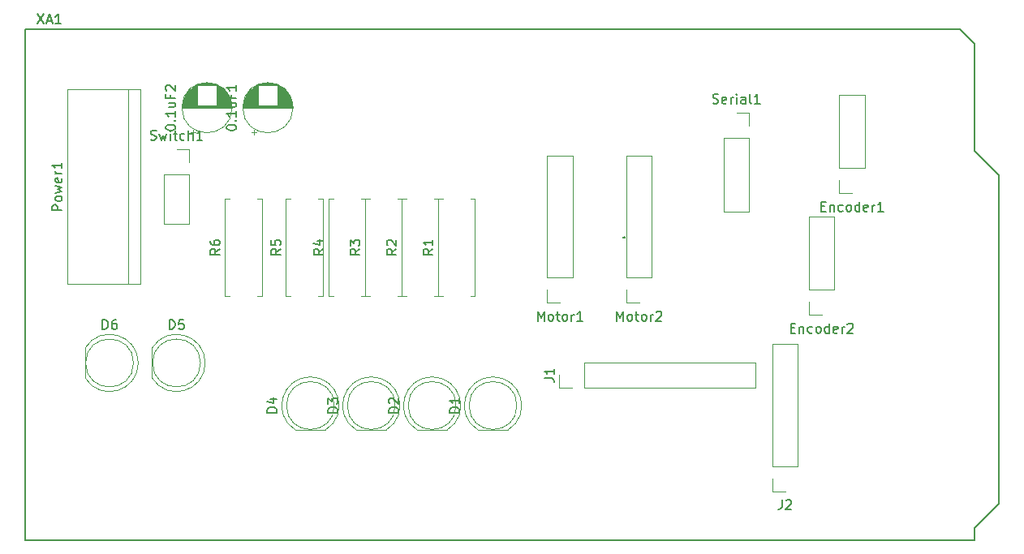
<source format=gto>
G04 #@! TF.GenerationSoftware,KiCad,Pcbnew,(5.1.4)-1*
G04 #@! TF.CreationDate,2020-12-14T11:09:43+07:00*
G04 #@! TF.ProjectId,back_controller,6261636b-5f63-46f6-9e74-726f6c6c6572,rev?*
G04 #@! TF.SameCoordinates,Original*
G04 #@! TF.FileFunction,Legend,Top*
G04 #@! TF.FilePolarity,Positive*
%FSLAX46Y46*%
G04 Gerber Fmt 4.6, Leading zero omitted, Abs format (unit mm)*
G04 Created by KiCad (PCBNEW (5.1.4)-1) date 2020-12-14 11:09:43*
%MOMM*%
%LPD*%
G04 APERTURE LIST*
%ADD10C,0.120000*%
%ADD11C,0.150000*%
G04 APERTURE END LIST*
D10*
X107950000Y-81975000D02*
X106620000Y-81975000D01*
X106620000Y-81975000D02*
X106620000Y-80645000D01*
X106620000Y-79375000D02*
X106620000Y-66615000D01*
X109280000Y-66615000D02*
X106620000Y-66615000D01*
X109280000Y-79375000D02*
X109280000Y-66615000D01*
X109280000Y-79375000D02*
X106620000Y-79375000D01*
D11*
X43890001Y-53415001D02*
X43890001Y-106755001D01*
X142950001Y-66115001D02*
X142950001Y-54939001D01*
X145490001Y-68655001D02*
X142950001Y-66115001D01*
X145490001Y-102945001D02*
X145490001Y-68655001D01*
X142950001Y-105485001D02*
X145490001Y-102945001D01*
X142950001Y-106755001D02*
X142950001Y-105485001D01*
X141426001Y-53415001D02*
X142950001Y-54939001D01*
X43890001Y-106755001D02*
X142950001Y-106755001D01*
X43890001Y-53415001D02*
X141426001Y-53415001D01*
D10*
X67490000Y-64169775D02*
X67990000Y-64169775D01*
X67740000Y-64419775D02*
X67740000Y-63919775D01*
X68931000Y-59014000D02*
X69499000Y-59014000D01*
X68697000Y-59054000D02*
X69733000Y-59054000D01*
X68538000Y-59094000D02*
X69892000Y-59094000D01*
X68410000Y-59134000D02*
X70020000Y-59134000D01*
X68300000Y-59174000D02*
X70130000Y-59174000D01*
X68204000Y-59214000D02*
X70226000Y-59214000D01*
X68117000Y-59254000D02*
X70313000Y-59254000D01*
X68037000Y-59294000D02*
X70393000Y-59294000D01*
X70255000Y-59334000D02*
X70466000Y-59334000D01*
X67964000Y-59334000D02*
X68175000Y-59334000D01*
X70255000Y-59374000D02*
X70534000Y-59374000D01*
X67896000Y-59374000D02*
X68175000Y-59374000D01*
X70255000Y-59414000D02*
X70598000Y-59414000D01*
X67832000Y-59414000D02*
X68175000Y-59414000D01*
X70255000Y-59454000D02*
X70658000Y-59454000D01*
X67772000Y-59454000D02*
X68175000Y-59454000D01*
X70255000Y-59494000D02*
X70715000Y-59494000D01*
X67715000Y-59494000D02*
X68175000Y-59494000D01*
X70255000Y-59534000D02*
X70769000Y-59534000D01*
X67661000Y-59534000D02*
X68175000Y-59534000D01*
X70255000Y-59574000D02*
X70820000Y-59574000D01*
X67610000Y-59574000D02*
X68175000Y-59574000D01*
X70255000Y-59614000D02*
X70868000Y-59614000D01*
X67562000Y-59614000D02*
X68175000Y-59614000D01*
X70255000Y-59654000D02*
X70914000Y-59654000D01*
X67516000Y-59654000D02*
X68175000Y-59654000D01*
X70255000Y-59694000D02*
X70958000Y-59694000D01*
X67472000Y-59694000D02*
X68175000Y-59694000D01*
X70255000Y-59734000D02*
X71000000Y-59734000D01*
X67430000Y-59734000D02*
X68175000Y-59734000D01*
X70255000Y-59774000D02*
X71041000Y-59774000D01*
X67389000Y-59774000D02*
X68175000Y-59774000D01*
X70255000Y-59814000D02*
X71079000Y-59814000D01*
X67351000Y-59814000D02*
X68175000Y-59814000D01*
X70255000Y-59854000D02*
X71116000Y-59854000D01*
X67314000Y-59854000D02*
X68175000Y-59854000D01*
X70255000Y-59894000D02*
X71152000Y-59894000D01*
X67278000Y-59894000D02*
X68175000Y-59894000D01*
X70255000Y-59934000D02*
X71186000Y-59934000D01*
X67244000Y-59934000D02*
X68175000Y-59934000D01*
X70255000Y-59974000D02*
X71219000Y-59974000D01*
X67211000Y-59974000D02*
X68175000Y-59974000D01*
X70255000Y-60014000D02*
X71250000Y-60014000D01*
X67180000Y-60014000D02*
X68175000Y-60014000D01*
X70255000Y-60054000D02*
X71280000Y-60054000D01*
X67150000Y-60054000D02*
X68175000Y-60054000D01*
X70255000Y-60094000D02*
X71310000Y-60094000D01*
X67120000Y-60094000D02*
X68175000Y-60094000D01*
X70255000Y-60134000D02*
X71337000Y-60134000D01*
X67093000Y-60134000D02*
X68175000Y-60134000D01*
X70255000Y-60174000D02*
X71364000Y-60174000D01*
X67066000Y-60174000D02*
X68175000Y-60174000D01*
X70255000Y-60214000D02*
X71390000Y-60214000D01*
X67040000Y-60214000D02*
X68175000Y-60214000D01*
X70255000Y-60254000D02*
X71415000Y-60254000D01*
X67015000Y-60254000D02*
X68175000Y-60254000D01*
X70255000Y-60294000D02*
X71439000Y-60294000D01*
X66991000Y-60294000D02*
X68175000Y-60294000D01*
X70255000Y-60334000D02*
X71462000Y-60334000D01*
X66968000Y-60334000D02*
X68175000Y-60334000D01*
X70255000Y-60374000D02*
X71483000Y-60374000D01*
X66947000Y-60374000D02*
X68175000Y-60374000D01*
X70255000Y-60414000D02*
X71505000Y-60414000D01*
X66925000Y-60414000D02*
X68175000Y-60414000D01*
X70255000Y-60454000D02*
X71525000Y-60454000D01*
X66905000Y-60454000D02*
X68175000Y-60454000D01*
X70255000Y-60494000D02*
X71544000Y-60494000D01*
X66886000Y-60494000D02*
X68175000Y-60494000D01*
X70255000Y-60534000D02*
X71563000Y-60534000D01*
X66867000Y-60534000D02*
X68175000Y-60534000D01*
X70255000Y-60574000D02*
X71580000Y-60574000D01*
X66850000Y-60574000D02*
X68175000Y-60574000D01*
X70255000Y-60614000D02*
X71597000Y-60614000D01*
X66833000Y-60614000D02*
X68175000Y-60614000D01*
X70255000Y-60654000D02*
X71613000Y-60654000D01*
X66817000Y-60654000D02*
X68175000Y-60654000D01*
X70255000Y-60694000D02*
X71629000Y-60694000D01*
X66801000Y-60694000D02*
X68175000Y-60694000D01*
X70255000Y-60734000D02*
X71643000Y-60734000D01*
X66787000Y-60734000D02*
X68175000Y-60734000D01*
X70255000Y-60774000D02*
X71657000Y-60774000D01*
X66773000Y-60774000D02*
X68175000Y-60774000D01*
X70255000Y-60814000D02*
X71670000Y-60814000D01*
X66760000Y-60814000D02*
X68175000Y-60814000D01*
X70255000Y-60854000D02*
X71683000Y-60854000D01*
X66747000Y-60854000D02*
X68175000Y-60854000D01*
X70255000Y-60894000D02*
X71695000Y-60894000D01*
X66735000Y-60894000D02*
X68175000Y-60894000D01*
X70255000Y-60935000D02*
X71706000Y-60935000D01*
X66724000Y-60935000D02*
X68175000Y-60935000D01*
X70255000Y-60975000D02*
X71716000Y-60975000D01*
X66714000Y-60975000D02*
X68175000Y-60975000D01*
X70255000Y-61015000D02*
X71726000Y-61015000D01*
X66704000Y-61015000D02*
X68175000Y-61015000D01*
X70255000Y-61055000D02*
X71735000Y-61055000D01*
X66695000Y-61055000D02*
X68175000Y-61055000D01*
X70255000Y-61095000D02*
X71743000Y-61095000D01*
X66687000Y-61095000D02*
X68175000Y-61095000D01*
X70255000Y-61135000D02*
X71751000Y-61135000D01*
X66679000Y-61135000D02*
X68175000Y-61135000D01*
X70255000Y-61175000D02*
X71758000Y-61175000D01*
X66672000Y-61175000D02*
X68175000Y-61175000D01*
X70255000Y-61215000D02*
X71765000Y-61215000D01*
X66665000Y-61215000D02*
X68175000Y-61215000D01*
X70255000Y-61255000D02*
X71771000Y-61255000D01*
X66659000Y-61255000D02*
X68175000Y-61255000D01*
X70255000Y-61295000D02*
X71776000Y-61295000D01*
X66654000Y-61295000D02*
X68175000Y-61295000D01*
X70255000Y-61335000D02*
X71780000Y-61335000D01*
X66650000Y-61335000D02*
X68175000Y-61335000D01*
X70255000Y-61375000D02*
X71784000Y-61375000D01*
X66646000Y-61375000D02*
X68175000Y-61375000D01*
X66642000Y-61415000D02*
X71788000Y-61415000D01*
X66639000Y-61455000D02*
X71791000Y-61455000D01*
X66637000Y-61495000D02*
X71793000Y-61495000D01*
X66636000Y-61535000D02*
X71794000Y-61535000D01*
X66635000Y-61575000D02*
X71795000Y-61575000D01*
X66635000Y-61615000D02*
X71795000Y-61615000D01*
X71835000Y-61615000D02*
G75*
G03X71835000Y-61615000I-2620000J0D01*
G01*
X65485000Y-61615000D02*
G75*
G03X65485000Y-61615000I-2620000J0D01*
G01*
X60285000Y-61615000D02*
X65445000Y-61615000D01*
X60285000Y-61575000D02*
X65445000Y-61575000D01*
X60286000Y-61535000D02*
X65444000Y-61535000D01*
X60287000Y-61495000D02*
X65443000Y-61495000D01*
X60289000Y-61455000D02*
X65441000Y-61455000D01*
X60292000Y-61415000D02*
X65438000Y-61415000D01*
X60296000Y-61375000D02*
X61825000Y-61375000D01*
X63905000Y-61375000D02*
X65434000Y-61375000D01*
X60300000Y-61335000D02*
X61825000Y-61335000D01*
X63905000Y-61335000D02*
X65430000Y-61335000D01*
X60304000Y-61295000D02*
X61825000Y-61295000D01*
X63905000Y-61295000D02*
X65426000Y-61295000D01*
X60309000Y-61255000D02*
X61825000Y-61255000D01*
X63905000Y-61255000D02*
X65421000Y-61255000D01*
X60315000Y-61215000D02*
X61825000Y-61215000D01*
X63905000Y-61215000D02*
X65415000Y-61215000D01*
X60322000Y-61175000D02*
X61825000Y-61175000D01*
X63905000Y-61175000D02*
X65408000Y-61175000D01*
X60329000Y-61135000D02*
X61825000Y-61135000D01*
X63905000Y-61135000D02*
X65401000Y-61135000D01*
X60337000Y-61095000D02*
X61825000Y-61095000D01*
X63905000Y-61095000D02*
X65393000Y-61095000D01*
X60345000Y-61055000D02*
X61825000Y-61055000D01*
X63905000Y-61055000D02*
X65385000Y-61055000D01*
X60354000Y-61015000D02*
X61825000Y-61015000D01*
X63905000Y-61015000D02*
X65376000Y-61015000D01*
X60364000Y-60975000D02*
X61825000Y-60975000D01*
X63905000Y-60975000D02*
X65366000Y-60975000D01*
X60374000Y-60935000D02*
X61825000Y-60935000D01*
X63905000Y-60935000D02*
X65356000Y-60935000D01*
X60385000Y-60894000D02*
X61825000Y-60894000D01*
X63905000Y-60894000D02*
X65345000Y-60894000D01*
X60397000Y-60854000D02*
X61825000Y-60854000D01*
X63905000Y-60854000D02*
X65333000Y-60854000D01*
X60410000Y-60814000D02*
X61825000Y-60814000D01*
X63905000Y-60814000D02*
X65320000Y-60814000D01*
X60423000Y-60774000D02*
X61825000Y-60774000D01*
X63905000Y-60774000D02*
X65307000Y-60774000D01*
X60437000Y-60734000D02*
X61825000Y-60734000D01*
X63905000Y-60734000D02*
X65293000Y-60734000D01*
X60451000Y-60694000D02*
X61825000Y-60694000D01*
X63905000Y-60694000D02*
X65279000Y-60694000D01*
X60467000Y-60654000D02*
X61825000Y-60654000D01*
X63905000Y-60654000D02*
X65263000Y-60654000D01*
X60483000Y-60614000D02*
X61825000Y-60614000D01*
X63905000Y-60614000D02*
X65247000Y-60614000D01*
X60500000Y-60574000D02*
X61825000Y-60574000D01*
X63905000Y-60574000D02*
X65230000Y-60574000D01*
X60517000Y-60534000D02*
X61825000Y-60534000D01*
X63905000Y-60534000D02*
X65213000Y-60534000D01*
X60536000Y-60494000D02*
X61825000Y-60494000D01*
X63905000Y-60494000D02*
X65194000Y-60494000D01*
X60555000Y-60454000D02*
X61825000Y-60454000D01*
X63905000Y-60454000D02*
X65175000Y-60454000D01*
X60575000Y-60414000D02*
X61825000Y-60414000D01*
X63905000Y-60414000D02*
X65155000Y-60414000D01*
X60597000Y-60374000D02*
X61825000Y-60374000D01*
X63905000Y-60374000D02*
X65133000Y-60374000D01*
X60618000Y-60334000D02*
X61825000Y-60334000D01*
X63905000Y-60334000D02*
X65112000Y-60334000D01*
X60641000Y-60294000D02*
X61825000Y-60294000D01*
X63905000Y-60294000D02*
X65089000Y-60294000D01*
X60665000Y-60254000D02*
X61825000Y-60254000D01*
X63905000Y-60254000D02*
X65065000Y-60254000D01*
X60690000Y-60214000D02*
X61825000Y-60214000D01*
X63905000Y-60214000D02*
X65040000Y-60214000D01*
X60716000Y-60174000D02*
X61825000Y-60174000D01*
X63905000Y-60174000D02*
X65014000Y-60174000D01*
X60743000Y-60134000D02*
X61825000Y-60134000D01*
X63905000Y-60134000D02*
X64987000Y-60134000D01*
X60770000Y-60094000D02*
X61825000Y-60094000D01*
X63905000Y-60094000D02*
X64960000Y-60094000D01*
X60800000Y-60054000D02*
X61825000Y-60054000D01*
X63905000Y-60054000D02*
X64930000Y-60054000D01*
X60830000Y-60014000D02*
X61825000Y-60014000D01*
X63905000Y-60014000D02*
X64900000Y-60014000D01*
X60861000Y-59974000D02*
X61825000Y-59974000D01*
X63905000Y-59974000D02*
X64869000Y-59974000D01*
X60894000Y-59934000D02*
X61825000Y-59934000D01*
X63905000Y-59934000D02*
X64836000Y-59934000D01*
X60928000Y-59894000D02*
X61825000Y-59894000D01*
X63905000Y-59894000D02*
X64802000Y-59894000D01*
X60964000Y-59854000D02*
X61825000Y-59854000D01*
X63905000Y-59854000D02*
X64766000Y-59854000D01*
X61001000Y-59814000D02*
X61825000Y-59814000D01*
X63905000Y-59814000D02*
X64729000Y-59814000D01*
X61039000Y-59774000D02*
X61825000Y-59774000D01*
X63905000Y-59774000D02*
X64691000Y-59774000D01*
X61080000Y-59734000D02*
X61825000Y-59734000D01*
X63905000Y-59734000D02*
X64650000Y-59734000D01*
X61122000Y-59694000D02*
X61825000Y-59694000D01*
X63905000Y-59694000D02*
X64608000Y-59694000D01*
X61166000Y-59654000D02*
X61825000Y-59654000D01*
X63905000Y-59654000D02*
X64564000Y-59654000D01*
X61212000Y-59614000D02*
X61825000Y-59614000D01*
X63905000Y-59614000D02*
X64518000Y-59614000D01*
X61260000Y-59574000D02*
X61825000Y-59574000D01*
X63905000Y-59574000D02*
X64470000Y-59574000D01*
X61311000Y-59534000D02*
X61825000Y-59534000D01*
X63905000Y-59534000D02*
X64419000Y-59534000D01*
X61365000Y-59494000D02*
X61825000Y-59494000D01*
X63905000Y-59494000D02*
X64365000Y-59494000D01*
X61422000Y-59454000D02*
X61825000Y-59454000D01*
X63905000Y-59454000D02*
X64308000Y-59454000D01*
X61482000Y-59414000D02*
X61825000Y-59414000D01*
X63905000Y-59414000D02*
X64248000Y-59414000D01*
X61546000Y-59374000D02*
X61825000Y-59374000D01*
X63905000Y-59374000D02*
X64184000Y-59374000D01*
X61614000Y-59334000D02*
X61825000Y-59334000D01*
X63905000Y-59334000D02*
X64116000Y-59334000D01*
X61687000Y-59294000D02*
X64043000Y-59294000D01*
X61767000Y-59254000D02*
X63963000Y-59254000D01*
X61854000Y-59214000D02*
X63876000Y-59214000D01*
X61950000Y-59174000D02*
X63780000Y-59174000D01*
X62060000Y-59134000D02*
X63670000Y-59134000D01*
X62188000Y-59094000D02*
X63542000Y-59094000D01*
X62347000Y-59054000D02*
X63383000Y-59054000D01*
X62581000Y-59014000D02*
X63149000Y-59014000D01*
X61390000Y-64419775D02*
X61390000Y-63919775D01*
X61140000Y-64169775D02*
X61640000Y-64169775D01*
X91165000Y-95270000D02*
X94255000Y-95270000D01*
X95210000Y-92710000D02*
G75*
G03X95210000Y-92710000I-2500000J0D01*
G01*
X92710462Y-89720000D02*
G75*
G03X91165170Y-95270000I-462J-2990000D01*
G01*
X92709538Y-89720000D02*
G75*
G02X94254830Y-95270000I462J-2990000D01*
G01*
X84815000Y-95270000D02*
X87905000Y-95270000D01*
X88860000Y-92710000D02*
G75*
G03X88860000Y-92710000I-2500000J0D01*
G01*
X86360462Y-89720000D02*
G75*
G03X84815170Y-95270000I-462J-2990000D01*
G01*
X86359538Y-89720000D02*
G75*
G02X87904830Y-95270000I462J-2990000D01*
G01*
X78465000Y-95270000D02*
X81555000Y-95270000D01*
X82510000Y-92710000D02*
G75*
G03X82510000Y-92710000I-2500000J0D01*
G01*
X80010462Y-89720000D02*
G75*
G03X78465170Y-95270000I-462J-2990000D01*
G01*
X80009538Y-89720000D02*
G75*
G02X81554830Y-95270000I462J-2990000D01*
G01*
X73659538Y-89720000D02*
G75*
G02X75204830Y-95270000I462J-2990000D01*
G01*
X73660462Y-89720000D02*
G75*
G03X72115170Y-95270000I-462J-2990000D01*
G01*
X76160000Y-92710000D02*
G75*
G03X76160000Y-92710000I-2500000J0D01*
G01*
X72115000Y-95270000D02*
X75205000Y-95270000D01*
X62680000Y-88264538D02*
G75*
G02X57130000Y-89809830I-2990000J-462D01*
G01*
X62680000Y-88265462D02*
G75*
G03X57130000Y-86720170I-2990000J462D01*
G01*
X62190000Y-88265000D02*
G75*
G03X62190000Y-88265000I-2500000J0D01*
G01*
X57130000Y-86720000D02*
X57130000Y-89810000D01*
X55695000Y-88264538D02*
G75*
G02X50145000Y-89809830I-2990000J-462D01*
G01*
X55695000Y-88265462D02*
G75*
G03X50145000Y-86720170I-2990000J462D01*
G01*
X55205000Y-88265000D02*
G75*
G03X55205000Y-88265000I-2500000J0D01*
G01*
X50145000Y-86720000D02*
X50145000Y-89810000D01*
X130175000Y-70545000D02*
X128845000Y-70545000D01*
X128845000Y-70545000D02*
X128845000Y-69215000D01*
X128845000Y-67945000D02*
X128845000Y-60265000D01*
X131505000Y-60265000D02*
X128845000Y-60265000D01*
X131505000Y-67945000D02*
X131505000Y-60265000D01*
X131505000Y-67945000D02*
X128845000Y-67945000D01*
X128330000Y-80645000D02*
X125670000Y-80645000D01*
X128330000Y-80645000D02*
X128330000Y-72965000D01*
X128330000Y-72965000D02*
X125670000Y-72965000D01*
X125670000Y-80645000D02*
X125670000Y-72965000D01*
X125670000Y-83245000D02*
X125670000Y-81915000D01*
X127000000Y-83245000D02*
X125670000Y-83245000D01*
X124520000Y-99060000D02*
X121860000Y-99060000D01*
X124520000Y-99060000D02*
X124520000Y-86300000D01*
X124520000Y-86300000D02*
X121860000Y-86300000D01*
X121860000Y-99060000D02*
X121860000Y-86300000D01*
X121860000Y-101660000D02*
X121860000Y-100330000D01*
X123190000Y-101660000D02*
X121860000Y-101660000D01*
X101025000Y-79375000D02*
X98365000Y-79375000D01*
X101025000Y-79375000D02*
X101025000Y-66615000D01*
X101025000Y-66615000D02*
X98365000Y-66615000D01*
X98365000Y-79375000D02*
X98365000Y-66615000D01*
X98365000Y-81975000D02*
X98365000Y-80645000D01*
X99695000Y-81975000D02*
X98365000Y-81975000D01*
X48260000Y-80010000D02*
X55880000Y-80010000D01*
X55880000Y-59690000D02*
X48260000Y-59690000D01*
X54610000Y-59690000D02*
X54610000Y-80010000D01*
X48260000Y-80010000D02*
X48260000Y-59690000D01*
X55880000Y-80010000D02*
X55880000Y-59690000D01*
X87460000Y-81270000D02*
X86980000Y-81270000D01*
X86980000Y-81270000D02*
X86980000Y-71130000D01*
X86980000Y-71130000D02*
X87460000Y-71130000D01*
X90340000Y-81270000D02*
X90820000Y-81270000D01*
X90820000Y-81270000D02*
X90820000Y-71130000D01*
X90820000Y-71130000D02*
X90340000Y-71130000D01*
X83650000Y-81270000D02*
X83170000Y-81270000D01*
X83170000Y-81270000D02*
X83170000Y-71130000D01*
X83170000Y-71130000D02*
X83650000Y-71130000D01*
X86530000Y-81270000D02*
X87010000Y-81270000D01*
X87010000Y-81270000D02*
X87010000Y-71130000D01*
X87010000Y-71130000D02*
X86530000Y-71130000D01*
X83200000Y-71130000D02*
X82720000Y-71130000D01*
X83200000Y-81270000D02*
X83200000Y-71130000D01*
X82720000Y-81270000D02*
X83200000Y-81270000D01*
X79360000Y-71130000D02*
X79840000Y-71130000D01*
X79360000Y-81270000D02*
X79360000Y-71130000D01*
X79840000Y-81270000D02*
X79360000Y-81270000D01*
X79390000Y-71130000D02*
X78910000Y-71130000D01*
X79390000Y-81270000D02*
X79390000Y-71130000D01*
X78910000Y-81270000D02*
X79390000Y-81270000D01*
X75550000Y-71130000D02*
X76030000Y-71130000D01*
X75550000Y-81270000D02*
X75550000Y-71130000D01*
X76030000Y-81270000D02*
X75550000Y-81270000D01*
X74945000Y-71130000D02*
X74465000Y-71130000D01*
X74945000Y-81270000D02*
X74945000Y-71130000D01*
X74465000Y-81270000D02*
X74945000Y-81270000D01*
X71105000Y-71130000D02*
X71585000Y-71130000D01*
X71105000Y-81270000D02*
X71105000Y-71130000D01*
X71585000Y-81270000D02*
X71105000Y-81270000D01*
X65235000Y-81270000D02*
X64755000Y-81270000D01*
X64755000Y-81270000D02*
X64755000Y-71130000D01*
X64755000Y-71130000D02*
X65235000Y-71130000D01*
X68115000Y-81270000D02*
X68595000Y-81270000D01*
X68595000Y-81270000D02*
X68595000Y-71130000D01*
X68595000Y-71130000D02*
X68115000Y-71130000D01*
X58360000Y-68580000D02*
X61020000Y-68580000D01*
X58360000Y-68580000D02*
X58360000Y-73720000D01*
X58360000Y-73720000D02*
X61020000Y-73720000D01*
X61020000Y-68580000D02*
X61020000Y-73720000D01*
X61020000Y-65980000D02*
X61020000Y-67310000D01*
X59690000Y-65980000D02*
X61020000Y-65980000D01*
X118110000Y-62170000D02*
X119440000Y-62170000D01*
X119440000Y-62170000D02*
X119440000Y-63500000D01*
X119440000Y-64770000D02*
X119440000Y-72450000D01*
X116780000Y-72450000D02*
X119440000Y-72450000D01*
X116780000Y-64770000D02*
X116780000Y-72450000D01*
X116780000Y-64770000D02*
X119440000Y-64770000D01*
X120075000Y-90865000D02*
X120075000Y-88205000D01*
X102235000Y-90865000D02*
X120075000Y-90865000D01*
X102235000Y-88205000D02*
X120075000Y-88205000D01*
X102235000Y-90865000D02*
X102235000Y-88205000D01*
X100965000Y-90865000D02*
X99635000Y-90865000D01*
X99635000Y-90865000D02*
X99635000Y-89535000D01*
D11*
X105640476Y-83867380D02*
X105640476Y-82867380D01*
X105973809Y-83581666D01*
X106307142Y-82867380D01*
X106307142Y-83867380D01*
X106926190Y-83867380D02*
X106830952Y-83819761D01*
X106783333Y-83772142D01*
X106735714Y-83676904D01*
X106735714Y-83391190D01*
X106783333Y-83295952D01*
X106830952Y-83248333D01*
X106926190Y-83200714D01*
X107069047Y-83200714D01*
X107164285Y-83248333D01*
X107211904Y-83295952D01*
X107259523Y-83391190D01*
X107259523Y-83676904D01*
X107211904Y-83772142D01*
X107164285Y-83819761D01*
X107069047Y-83867380D01*
X106926190Y-83867380D01*
X107545238Y-83200714D02*
X107926190Y-83200714D01*
X107688095Y-82867380D02*
X107688095Y-83724523D01*
X107735714Y-83819761D01*
X107830952Y-83867380D01*
X107926190Y-83867380D01*
X108402380Y-83867380D02*
X108307142Y-83819761D01*
X108259523Y-83772142D01*
X108211904Y-83676904D01*
X108211904Y-83391190D01*
X108259523Y-83295952D01*
X108307142Y-83248333D01*
X108402380Y-83200714D01*
X108545238Y-83200714D01*
X108640476Y-83248333D01*
X108688095Y-83295952D01*
X108735714Y-83391190D01*
X108735714Y-83676904D01*
X108688095Y-83772142D01*
X108640476Y-83819761D01*
X108545238Y-83867380D01*
X108402380Y-83867380D01*
X109164285Y-83867380D02*
X109164285Y-83200714D01*
X109164285Y-83391190D02*
X109211904Y-83295952D01*
X109259523Y-83248333D01*
X109354761Y-83200714D01*
X109450000Y-83200714D01*
X109735714Y-82962619D02*
X109783333Y-82915000D01*
X109878571Y-82867380D01*
X110116666Y-82867380D01*
X110211904Y-82915000D01*
X110259523Y-82962619D01*
X110307142Y-83057857D01*
X110307142Y-83153095D01*
X110259523Y-83295952D01*
X109688095Y-83867380D01*
X110307142Y-83867380D01*
X45191905Y-51851381D02*
X45858572Y-52851381D01*
X45858572Y-51851381D02*
X45191905Y-52851381D01*
X46191905Y-52565667D02*
X46668096Y-52565667D01*
X46096667Y-52851381D02*
X46430001Y-51851381D01*
X46763334Y-52851381D01*
X47620477Y-52851381D02*
X47049048Y-52851381D01*
X47334762Y-52851381D02*
X47334762Y-51851381D01*
X47239524Y-51994239D01*
X47144286Y-52089477D01*
X47049048Y-52137096D01*
X106374001Y-75108143D02*
X106421620Y-75155762D01*
X106374001Y-75203381D01*
X106326381Y-75155762D01*
X106374001Y-75108143D01*
X106374001Y-75203381D01*
X64917380Y-63734047D02*
X64917380Y-63638809D01*
X64965000Y-63543571D01*
X65012619Y-63495952D01*
X65107857Y-63448333D01*
X65298333Y-63400714D01*
X65536428Y-63400714D01*
X65726904Y-63448333D01*
X65822142Y-63495952D01*
X65869761Y-63543571D01*
X65917380Y-63638809D01*
X65917380Y-63734047D01*
X65869761Y-63829285D01*
X65822142Y-63876904D01*
X65726904Y-63924523D01*
X65536428Y-63972142D01*
X65298333Y-63972142D01*
X65107857Y-63924523D01*
X65012619Y-63876904D01*
X64965000Y-63829285D01*
X64917380Y-63734047D01*
X65822142Y-62972142D02*
X65869761Y-62924523D01*
X65917380Y-62972142D01*
X65869761Y-63019761D01*
X65822142Y-62972142D01*
X65917380Y-62972142D01*
X65917380Y-61972142D02*
X65917380Y-62543571D01*
X65917380Y-62257857D02*
X64917380Y-62257857D01*
X65060238Y-62353095D01*
X65155476Y-62448333D01*
X65203095Y-62543571D01*
X65250714Y-61115000D02*
X65917380Y-61115000D01*
X65250714Y-61543571D02*
X65774523Y-61543571D01*
X65869761Y-61495952D01*
X65917380Y-61400714D01*
X65917380Y-61257857D01*
X65869761Y-61162619D01*
X65822142Y-61115000D01*
X65393571Y-60305476D02*
X65393571Y-60638809D01*
X65917380Y-60638809D02*
X64917380Y-60638809D01*
X64917380Y-60162619D01*
X65917380Y-59257857D02*
X65917380Y-59829285D01*
X65917380Y-59543571D02*
X64917380Y-59543571D01*
X65060238Y-59638809D01*
X65155476Y-59734047D01*
X65203095Y-59829285D01*
X58567380Y-63734047D02*
X58567380Y-63638809D01*
X58615000Y-63543571D01*
X58662619Y-63495952D01*
X58757857Y-63448333D01*
X58948333Y-63400714D01*
X59186428Y-63400714D01*
X59376904Y-63448333D01*
X59472142Y-63495952D01*
X59519761Y-63543571D01*
X59567380Y-63638809D01*
X59567380Y-63734047D01*
X59519761Y-63829285D01*
X59472142Y-63876904D01*
X59376904Y-63924523D01*
X59186428Y-63972142D01*
X58948333Y-63972142D01*
X58757857Y-63924523D01*
X58662619Y-63876904D01*
X58615000Y-63829285D01*
X58567380Y-63734047D01*
X59472142Y-62972142D02*
X59519761Y-62924523D01*
X59567380Y-62972142D01*
X59519761Y-63019761D01*
X59472142Y-62972142D01*
X59567380Y-62972142D01*
X59567380Y-61972142D02*
X59567380Y-62543571D01*
X59567380Y-62257857D02*
X58567380Y-62257857D01*
X58710238Y-62353095D01*
X58805476Y-62448333D01*
X58853095Y-62543571D01*
X58900714Y-61115000D02*
X59567380Y-61115000D01*
X58900714Y-61543571D02*
X59424523Y-61543571D01*
X59519761Y-61495952D01*
X59567380Y-61400714D01*
X59567380Y-61257857D01*
X59519761Y-61162619D01*
X59472142Y-61115000D01*
X59043571Y-60305476D02*
X59043571Y-60638809D01*
X59567380Y-60638809D02*
X58567380Y-60638809D01*
X58567380Y-60162619D01*
X58662619Y-59829285D02*
X58615000Y-59781666D01*
X58567380Y-59686428D01*
X58567380Y-59448333D01*
X58615000Y-59353095D01*
X58662619Y-59305476D01*
X58757857Y-59257857D01*
X58853095Y-59257857D01*
X58995952Y-59305476D01*
X59567380Y-59876904D01*
X59567380Y-59257857D01*
X89202380Y-93448095D02*
X88202380Y-93448095D01*
X88202380Y-93210000D01*
X88250000Y-93067142D01*
X88345238Y-92971904D01*
X88440476Y-92924285D01*
X88630952Y-92876666D01*
X88773809Y-92876666D01*
X88964285Y-92924285D01*
X89059523Y-92971904D01*
X89154761Y-93067142D01*
X89202380Y-93210000D01*
X89202380Y-93448095D01*
X89202380Y-91924285D02*
X89202380Y-92495714D01*
X89202380Y-92210000D02*
X88202380Y-92210000D01*
X88345238Y-92305238D01*
X88440476Y-92400476D01*
X88488095Y-92495714D01*
X82852380Y-93448095D02*
X81852380Y-93448095D01*
X81852380Y-93210000D01*
X81900000Y-93067142D01*
X81995238Y-92971904D01*
X82090476Y-92924285D01*
X82280952Y-92876666D01*
X82423809Y-92876666D01*
X82614285Y-92924285D01*
X82709523Y-92971904D01*
X82804761Y-93067142D01*
X82852380Y-93210000D01*
X82852380Y-93448095D01*
X81947619Y-92495714D02*
X81900000Y-92448095D01*
X81852380Y-92352857D01*
X81852380Y-92114761D01*
X81900000Y-92019523D01*
X81947619Y-91971904D01*
X82042857Y-91924285D01*
X82138095Y-91924285D01*
X82280952Y-91971904D01*
X82852380Y-92543333D01*
X82852380Y-91924285D01*
X76502380Y-93448095D02*
X75502380Y-93448095D01*
X75502380Y-93210000D01*
X75550000Y-93067142D01*
X75645238Y-92971904D01*
X75740476Y-92924285D01*
X75930952Y-92876666D01*
X76073809Y-92876666D01*
X76264285Y-92924285D01*
X76359523Y-92971904D01*
X76454761Y-93067142D01*
X76502380Y-93210000D01*
X76502380Y-93448095D01*
X75502380Y-92543333D02*
X75502380Y-91924285D01*
X75883333Y-92257619D01*
X75883333Y-92114761D01*
X75930952Y-92019523D01*
X75978571Y-91971904D01*
X76073809Y-91924285D01*
X76311904Y-91924285D01*
X76407142Y-91971904D01*
X76454761Y-92019523D01*
X76502380Y-92114761D01*
X76502380Y-92400476D01*
X76454761Y-92495714D01*
X76407142Y-92543333D01*
X70152380Y-93448095D02*
X69152380Y-93448095D01*
X69152380Y-93210000D01*
X69200000Y-93067142D01*
X69295238Y-92971904D01*
X69390476Y-92924285D01*
X69580952Y-92876666D01*
X69723809Y-92876666D01*
X69914285Y-92924285D01*
X70009523Y-92971904D01*
X70104761Y-93067142D01*
X70152380Y-93210000D01*
X70152380Y-93448095D01*
X69485714Y-92019523D02*
X70152380Y-92019523D01*
X69104761Y-92257619D02*
X69819047Y-92495714D01*
X69819047Y-91876666D01*
X58951904Y-84757380D02*
X58951904Y-83757380D01*
X59190000Y-83757380D01*
X59332857Y-83805000D01*
X59428095Y-83900238D01*
X59475714Y-83995476D01*
X59523333Y-84185952D01*
X59523333Y-84328809D01*
X59475714Y-84519285D01*
X59428095Y-84614523D01*
X59332857Y-84709761D01*
X59190000Y-84757380D01*
X58951904Y-84757380D01*
X60428095Y-83757380D02*
X59951904Y-83757380D01*
X59904285Y-84233571D01*
X59951904Y-84185952D01*
X60047142Y-84138333D01*
X60285238Y-84138333D01*
X60380476Y-84185952D01*
X60428095Y-84233571D01*
X60475714Y-84328809D01*
X60475714Y-84566904D01*
X60428095Y-84662142D01*
X60380476Y-84709761D01*
X60285238Y-84757380D01*
X60047142Y-84757380D01*
X59951904Y-84709761D01*
X59904285Y-84662142D01*
X51966904Y-84757380D02*
X51966904Y-83757380D01*
X52205000Y-83757380D01*
X52347857Y-83805000D01*
X52443095Y-83900238D01*
X52490714Y-83995476D01*
X52538333Y-84185952D01*
X52538333Y-84328809D01*
X52490714Y-84519285D01*
X52443095Y-84614523D01*
X52347857Y-84709761D01*
X52205000Y-84757380D01*
X51966904Y-84757380D01*
X53395476Y-83757380D02*
X53205000Y-83757380D01*
X53109761Y-83805000D01*
X53062142Y-83852619D01*
X52966904Y-83995476D01*
X52919285Y-84185952D01*
X52919285Y-84566904D01*
X52966904Y-84662142D01*
X53014523Y-84709761D01*
X53109761Y-84757380D01*
X53300238Y-84757380D01*
X53395476Y-84709761D01*
X53443095Y-84662142D01*
X53490714Y-84566904D01*
X53490714Y-84328809D01*
X53443095Y-84233571D01*
X53395476Y-84185952D01*
X53300238Y-84138333D01*
X53109761Y-84138333D01*
X53014523Y-84185952D01*
X52966904Y-84233571D01*
X52919285Y-84328809D01*
X126960714Y-71913571D02*
X127294047Y-71913571D01*
X127436904Y-72437380D02*
X126960714Y-72437380D01*
X126960714Y-71437380D01*
X127436904Y-71437380D01*
X127865476Y-71770714D02*
X127865476Y-72437380D01*
X127865476Y-71865952D02*
X127913095Y-71818333D01*
X128008333Y-71770714D01*
X128151190Y-71770714D01*
X128246428Y-71818333D01*
X128294047Y-71913571D01*
X128294047Y-72437380D01*
X129198809Y-72389761D02*
X129103571Y-72437380D01*
X128913095Y-72437380D01*
X128817857Y-72389761D01*
X128770238Y-72342142D01*
X128722619Y-72246904D01*
X128722619Y-71961190D01*
X128770238Y-71865952D01*
X128817857Y-71818333D01*
X128913095Y-71770714D01*
X129103571Y-71770714D01*
X129198809Y-71818333D01*
X129770238Y-72437380D02*
X129675000Y-72389761D01*
X129627380Y-72342142D01*
X129579761Y-72246904D01*
X129579761Y-71961190D01*
X129627380Y-71865952D01*
X129675000Y-71818333D01*
X129770238Y-71770714D01*
X129913095Y-71770714D01*
X130008333Y-71818333D01*
X130055952Y-71865952D01*
X130103571Y-71961190D01*
X130103571Y-72246904D01*
X130055952Y-72342142D01*
X130008333Y-72389761D01*
X129913095Y-72437380D01*
X129770238Y-72437380D01*
X130960714Y-72437380D02*
X130960714Y-71437380D01*
X130960714Y-72389761D02*
X130865476Y-72437380D01*
X130675000Y-72437380D01*
X130579761Y-72389761D01*
X130532142Y-72342142D01*
X130484523Y-72246904D01*
X130484523Y-71961190D01*
X130532142Y-71865952D01*
X130579761Y-71818333D01*
X130675000Y-71770714D01*
X130865476Y-71770714D01*
X130960714Y-71818333D01*
X131817857Y-72389761D02*
X131722619Y-72437380D01*
X131532142Y-72437380D01*
X131436904Y-72389761D01*
X131389285Y-72294523D01*
X131389285Y-71913571D01*
X131436904Y-71818333D01*
X131532142Y-71770714D01*
X131722619Y-71770714D01*
X131817857Y-71818333D01*
X131865476Y-71913571D01*
X131865476Y-72008809D01*
X131389285Y-72104047D01*
X132294047Y-72437380D02*
X132294047Y-71770714D01*
X132294047Y-71961190D02*
X132341666Y-71865952D01*
X132389285Y-71818333D01*
X132484523Y-71770714D01*
X132579761Y-71770714D01*
X133436904Y-72437380D02*
X132865476Y-72437380D01*
X133151190Y-72437380D02*
X133151190Y-71437380D01*
X133055952Y-71580238D01*
X132960714Y-71675476D01*
X132865476Y-71723095D01*
X123785714Y-84613571D02*
X124119047Y-84613571D01*
X124261904Y-85137380D02*
X123785714Y-85137380D01*
X123785714Y-84137380D01*
X124261904Y-84137380D01*
X124690476Y-84470714D02*
X124690476Y-85137380D01*
X124690476Y-84565952D02*
X124738095Y-84518333D01*
X124833333Y-84470714D01*
X124976190Y-84470714D01*
X125071428Y-84518333D01*
X125119047Y-84613571D01*
X125119047Y-85137380D01*
X126023809Y-85089761D02*
X125928571Y-85137380D01*
X125738095Y-85137380D01*
X125642857Y-85089761D01*
X125595238Y-85042142D01*
X125547619Y-84946904D01*
X125547619Y-84661190D01*
X125595238Y-84565952D01*
X125642857Y-84518333D01*
X125738095Y-84470714D01*
X125928571Y-84470714D01*
X126023809Y-84518333D01*
X126595238Y-85137380D02*
X126500000Y-85089761D01*
X126452380Y-85042142D01*
X126404761Y-84946904D01*
X126404761Y-84661190D01*
X126452380Y-84565952D01*
X126500000Y-84518333D01*
X126595238Y-84470714D01*
X126738095Y-84470714D01*
X126833333Y-84518333D01*
X126880952Y-84565952D01*
X126928571Y-84661190D01*
X126928571Y-84946904D01*
X126880952Y-85042142D01*
X126833333Y-85089761D01*
X126738095Y-85137380D01*
X126595238Y-85137380D01*
X127785714Y-85137380D02*
X127785714Y-84137380D01*
X127785714Y-85089761D02*
X127690476Y-85137380D01*
X127500000Y-85137380D01*
X127404761Y-85089761D01*
X127357142Y-85042142D01*
X127309523Y-84946904D01*
X127309523Y-84661190D01*
X127357142Y-84565952D01*
X127404761Y-84518333D01*
X127500000Y-84470714D01*
X127690476Y-84470714D01*
X127785714Y-84518333D01*
X128642857Y-85089761D02*
X128547619Y-85137380D01*
X128357142Y-85137380D01*
X128261904Y-85089761D01*
X128214285Y-84994523D01*
X128214285Y-84613571D01*
X128261904Y-84518333D01*
X128357142Y-84470714D01*
X128547619Y-84470714D01*
X128642857Y-84518333D01*
X128690476Y-84613571D01*
X128690476Y-84708809D01*
X128214285Y-84804047D01*
X129119047Y-85137380D02*
X129119047Y-84470714D01*
X129119047Y-84661190D02*
X129166666Y-84565952D01*
X129214285Y-84518333D01*
X129309523Y-84470714D01*
X129404761Y-84470714D01*
X129690476Y-84232619D02*
X129738095Y-84185000D01*
X129833333Y-84137380D01*
X130071428Y-84137380D01*
X130166666Y-84185000D01*
X130214285Y-84232619D01*
X130261904Y-84327857D01*
X130261904Y-84423095D01*
X130214285Y-84565952D01*
X129642857Y-85137380D01*
X130261904Y-85137380D01*
X122856666Y-102552380D02*
X122856666Y-103266666D01*
X122809047Y-103409523D01*
X122713809Y-103504761D01*
X122570952Y-103552380D01*
X122475714Y-103552380D01*
X123285238Y-102647619D02*
X123332857Y-102600000D01*
X123428095Y-102552380D01*
X123666190Y-102552380D01*
X123761428Y-102600000D01*
X123809047Y-102647619D01*
X123856666Y-102742857D01*
X123856666Y-102838095D01*
X123809047Y-102980952D01*
X123237619Y-103552380D01*
X123856666Y-103552380D01*
X97385476Y-83867380D02*
X97385476Y-82867380D01*
X97718809Y-83581666D01*
X98052142Y-82867380D01*
X98052142Y-83867380D01*
X98671190Y-83867380D02*
X98575952Y-83819761D01*
X98528333Y-83772142D01*
X98480714Y-83676904D01*
X98480714Y-83391190D01*
X98528333Y-83295952D01*
X98575952Y-83248333D01*
X98671190Y-83200714D01*
X98814047Y-83200714D01*
X98909285Y-83248333D01*
X98956904Y-83295952D01*
X99004523Y-83391190D01*
X99004523Y-83676904D01*
X98956904Y-83772142D01*
X98909285Y-83819761D01*
X98814047Y-83867380D01*
X98671190Y-83867380D01*
X99290238Y-83200714D02*
X99671190Y-83200714D01*
X99433095Y-82867380D02*
X99433095Y-83724523D01*
X99480714Y-83819761D01*
X99575952Y-83867380D01*
X99671190Y-83867380D01*
X100147380Y-83867380D02*
X100052142Y-83819761D01*
X100004523Y-83772142D01*
X99956904Y-83676904D01*
X99956904Y-83391190D01*
X100004523Y-83295952D01*
X100052142Y-83248333D01*
X100147380Y-83200714D01*
X100290238Y-83200714D01*
X100385476Y-83248333D01*
X100433095Y-83295952D01*
X100480714Y-83391190D01*
X100480714Y-83676904D01*
X100433095Y-83772142D01*
X100385476Y-83819761D01*
X100290238Y-83867380D01*
X100147380Y-83867380D01*
X100909285Y-83867380D02*
X100909285Y-83200714D01*
X100909285Y-83391190D02*
X100956904Y-83295952D01*
X101004523Y-83248333D01*
X101099761Y-83200714D01*
X101195000Y-83200714D01*
X102052142Y-83867380D02*
X101480714Y-83867380D01*
X101766428Y-83867380D02*
X101766428Y-82867380D01*
X101671190Y-83010238D01*
X101575952Y-83105476D01*
X101480714Y-83153095D01*
X47722380Y-72322380D02*
X46722380Y-72322380D01*
X46722380Y-71941428D01*
X46770000Y-71846190D01*
X46817619Y-71798571D01*
X46912857Y-71750952D01*
X47055714Y-71750952D01*
X47150952Y-71798571D01*
X47198571Y-71846190D01*
X47246190Y-71941428D01*
X47246190Y-72322380D01*
X47722380Y-71179523D02*
X47674761Y-71274761D01*
X47627142Y-71322380D01*
X47531904Y-71370000D01*
X47246190Y-71370000D01*
X47150952Y-71322380D01*
X47103333Y-71274761D01*
X47055714Y-71179523D01*
X47055714Y-71036666D01*
X47103333Y-70941428D01*
X47150952Y-70893809D01*
X47246190Y-70846190D01*
X47531904Y-70846190D01*
X47627142Y-70893809D01*
X47674761Y-70941428D01*
X47722380Y-71036666D01*
X47722380Y-71179523D01*
X47055714Y-70512857D02*
X47722380Y-70322380D01*
X47246190Y-70131904D01*
X47722380Y-69941428D01*
X47055714Y-69750952D01*
X47674761Y-68989047D02*
X47722380Y-69084285D01*
X47722380Y-69274761D01*
X47674761Y-69370000D01*
X47579523Y-69417619D01*
X47198571Y-69417619D01*
X47103333Y-69370000D01*
X47055714Y-69274761D01*
X47055714Y-69084285D01*
X47103333Y-68989047D01*
X47198571Y-68941428D01*
X47293809Y-68941428D01*
X47389047Y-69417619D01*
X47722380Y-68512857D02*
X47055714Y-68512857D01*
X47246190Y-68512857D02*
X47150952Y-68465238D01*
X47103333Y-68417619D01*
X47055714Y-68322380D01*
X47055714Y-68227142D01*
X47722380Y-67370000D02*
X47722380Y-67941428D01*
X47722380Y-67655714D02*
X46722380Y-67655714D01*
X46865238Y-67750952D01*
X46960476Y-67846190D01*
X47008095Y-67941428D01*
X86432380Y-76366666D02*
X85956190Y-76700000D01*
X86432380Y-76938095D02*
X85432380Y-76938095D01*
X85432380Y-76557142D01*
X85480000Y-76461904D01*
X85527619Y-76414285D01*
X85622857Y-76366666D01*
X85765714Y-76366666D01*
X85860952Y-76414285D01*
X85908571Y-76461904D01*
X85956190Y-76557142D01*
X85956190Y-76938095D01*
X86432380Y-75414285D02*
X86432380Y-75985714D01*
X86432380Y-75700000D02*
X85432380Y-75700000D01*
X85575238Y-75795238D01*
X85670476Y-75890476D01*
X85718095Y-75985714D01*
X82622380Y-76366666D02*
X82146190Y-76700000D01*
X82622380Y-76938095D02*
X81622380Y-76938095D01*
X81622380Y-76557142D01*
X81670000Y-76461904D01*
X81717619Y-76414285D01*
X81812857Y-76366666D01*
X81955714Y-76366666D01*
X82050952Y-76414285D01*
X82098571Y-76461904D01*
X82146190Y-76557142D01*
X82146190Y-76938095D01*
X81717619Y-75985714D02*
X81670000Y-75938095D01*
X81622380Y-75842857D01*
X81622380Y-75604761D01*
X81670000Y-75509523D01*
X81717619Y-75461904D01*
X81812857Y-75414285D01*
X81908095Y-75414285D01*
X82050952Y-75461904D01*
X82622380Y-76033333D01*
X82622380Y-75414285D01*
X78812380Y-76366666D02*
X78336190Y-76700000D01*
X78812380Y-76938095D02*
X77812380Y-76938095D01*
X77812380Y-76557142D01*
X77860000Y-76461904D01*
X77907619Y-76414285D01*
X78002857Y-76366666D01*
X78145714Y-76366666D01*
X78240952Y-76414285D01*
X78288571Y-76461904D01*
X78336190Y-76557142D01*
X78336190Y-76938095D01*
X77812380Y-76033333D02*
X77812380Y-75414285D01*
X78193333Y-75747619D01*
X78193333Y-75604761D01*
X78240952Y-75509523D01*
X78288571Y-75461904D01*
X78383809Y-75414285D01*
X78621904Y-75414285D01*
X78717142Y-75461904D01*
X78764761Y-75509523D01*
X78812380Y-75604761D01*
X78812380Y-75890476D01*
X78764761Y-75985714D01*
X78717142Y-76033333D01*
X75002380Y-76366666D02*
X74526190Y-76700000D01*
X75002380Y-76938095D02*
X74002380Y-76938095D01*
X74002380Y-76557142D01*
X74050000Y-76461904D01*
X74097619Y-76414285D01*
X74192857Y-76366666D01*
X74335714Y-76366666D01*
X74430952Y-76414285D01*
X74478571Y-76461904D01*
X74526190Y-76557142D01*
X74526190Y-76938095D01*
X74335714Y-75509523D02*
X75002380Y-75509523D01*
X73954761Y-75747619D02*
X74669047Y-75985714D01*
X74669047Y-75366666D01*
X70557380Y-76366666D02*
X70081190Y-76700000D01*
X70557380Y-76938095D02*
X69557380Y-76938095D01*
X69557380Y-76557142D01*
X69605000Y-76461904D01*
X69652619Y-76414285D01*
X69747857Y-76366666D01*
X69890714Y-76366666D01*
X69985952Y-76414285D01*
X70033571Y-76461904D01*
X70081190Y-76557142D01*
X70081190Y-76938095D01*
X69557380Y-75461904D02*
X69557380Y-75938095D01*
X70033571Y-75985714D01*
X69985952Y-75938095D01*
X69938333Y-75842857D01*
X69938333Y-75604761D01*
X69985952Y-75509523D01*
X70033571Y-75461904D01*
X70128809Y-75414285D01*
X70366904Y-75414285D01*
X70462142Y-75461904D01*
X70509761Y-75509523D01*
X70557380Y-75604761D01*
X70557380Y-75842857D01*
X70509761Y-75938095D01*
X70462142Y-75985714D01*
X64207380Y-76366666D02*
X63731190Y-76700000D01*
X64207380Y-76938095D02*
X63207380Y-76938095D01*
X63207380Y-76557142D01*
X63255000Y-76461904D01*
X63302619Y-76414285D01*
X63397857Y-76366666D01*
X63540714Y-76366666D01*
X63635952Y-76414285D01*
X63683571Y-76461904D01*
X63731190Y-76557142D01*
X63731190Y-76938095D01*
X63207380Y-75509523D02*
X63207380Y-75700000D01*
X63255000Y-75795238D01*
X63302619Y-75842857D01*
X63445476Y-75938095D01*
X63635952Y-75985714D01*
X64016904Y-75985714D01*
X64112142Y-75938095D01*
X64159761Y-75890476D01*
X64207380Y-75795238D01*
X64207380Y-75604761D01*
X64159761Y-75509523D01*
X64112142Y-75461904D01*
X64016904Y-75414285D01*
X63778809Y-75414285D01*
X63683571Y-75461904D01*
X63635952Y-75509523D01*
X63588333Y-75604761D01*
X63588333Y-75795238D01*
X63635952Y-75890476D01*
X63683571Y-75938095D01*
X63778809Y-75985714D01*
X56999523Y-64944761D02*
X57142380Y-64992380D01*
X57380476Y-64992380D01*
X57475714Y-64944761D01*
X57523333Y-64897142D01*
X57570952Y-64801904D01*
X57570952Y-64706666D01*
X57523333Y-64611428D01*
X57475714Y-64563809D01*
X57380476Y-64516190D01*
X57190000Y-64468571D01*
X57094761Y-64420952D01*
X57047142Y-64373333D01*
X56999523Y-64278095D01*
X56999523Y-64182857D01*
X57047142Y-64087619D01*
X57094761Y-64040000D01*
X57190000Y-63992380D01*
X57428095Y-63992380D01*
X57570952Y-64040000D01*
X57904285Y-64325714D02*
X58094761Y-64992380D01*
X58285238Y-64516190D01*
X58475714Y-64992380D01*
X58666190Y-64325714D01*
X59047142Y-64992380D02*
X59047142Y-64325714D01*
X59047142Y-63992380D02*
X58999523Y-64040000D01*
X59047142Y-64087619D01*
X59094761Y-64040000D01*
X59047142Y-63992380D01*
X59047142Y-64087619D01*
X59380476Y-64325714D02*
X59761428Y-64325714D01*
X59523333Y-63992380D02*
X59523333Y-64849523D01*
X59570952Y-64944761D01*
X59666190Y-64992380D01*
X59761428Y-64992380D01*
X60523333Y-64944761D02*
X60428095Y-64992380D01*
X60237619Y-64992380D01*
X60142380Y-64944761D01*
X60094761Y-64897142D01*
X60047142Y-64801904D01*
X60047142Y-64516190D01*
X60094761Y-64420952D01*
X60142380Y-64373333D01*
X60237619Y-64325714D01*
X60428095Y-64325714D01*
X60523333Y-64373333D01*
X60951904Y-64992380D02*
X60951904Y-63992380D01*
X61380476Y-64992380D02*
X61380476Y-64468571D01*
X61332857Y-64373333D01*
X61237619Y-64325714D01*
X61094761Y-64325714D01*
X60999523Y-64373333D01*
X60951904Y-64420952D01*
X62380476Y-64992380D02*
X61809047Y-64992380D01*
X62094761Y-64992380D02*
X62094761Y-63992380D01*
X61999523Y-64135238D01*
X61904285Y-64230476D01*
X61809047Y-64278095D01*
X115657619Y-61134761D02*
X115800476Y-61182380D01*
X116038571Y-61182380D01*
X116133809Y-61134761D01*
X116181428Y-61087142D01*
X116229047Y-60991904D01*
X116229047Y-60896666D01*
X116181428Y-60801428D01*
X116133809Y-60753809D01*
X116038571Y-60706190D01*
X115848095Y-60658571D01*
X115752857Y-60610952D01*
X115705238Y-60563333D01*
X115657619Y-60468095D01*
X115657619Y-60372857D01*
X115705238Y-60277619D01*
X115752857Y-60230000D01*
X115848095Y-60182380D01*
X116086190Y-60182380D01*
X116229047Y-60230000D01*
X117038571Y-61134761D02*
X116943333Y-61182380D01*
X116752857Y-61182380D01*
X116657619Y-61134761D01*
X116610000Y-61039523D01*
X116610000Y-60658571D01*
X116657619Y-60563333D01*
X116752857Y-60515714D01*
X116943333Y-60515714D01*
X117038571Y-60563333D01*
X117086190Y-60658571D01*
X117086190Y-60753809D01*
X116610000Y-60849047D01*
X117514761Y-61182380D02*
X117514761Y-60515714D01*
X117514761Y-60706190D02*
X117562380Y-60610952D01*
X117610000Y-60563333D01*
X117705238Y-60515714D01*
X117800476Y-60515714D01*
X118133809Y-61182380D02*
X118133809Y-60515714D01*
X118133809Y-60182380D02*
X118086190Y-60230000D01*
X118133809Y-60277619D01*
X118181428Y-60230000D01*
X118133809Y-60182380D01*
X118133809Y-60277619D01*
X119038571Y-61182380D02*
X119038571Y-60658571D01*
X118990952Y-60563333D01*
X118895714Y-60515714D01*
X118705238Y-60515714D01*
X118610000Y-60563333D01*
X119038571Y-61134761D02*
X118943333Y-61182380D01*
X118705238Y-61182380D01*
X118610000Y-61134761D01*
X118562380Y-61039523D01*
X118562380Y-60944285D01*
X118610000Y-60849047D01*
X118705238Y-60801428D01*
X118943333Y-60801428D01*
X119038571Y-60753809D01*
X119657619Y-61182380D02*
X119562380Y-61134761D01*
X119514761Y-61039523D01*
X119514761Y-60182380D01*
X120562380Y-61182380D02*
X119990952Y-61182380D01*
X120276666Y-61182380D02*
X120276666Y-60182380D01*
X120181428Y-60325238D01*
X120086190Y-60420476D01*
X119990952Y-60468095D01*
X98087380Y-89868333D02*
X98801666Y-89868333D01*
X98944523Y-89915952D01*
X99039761Y-90011190D01*
X99087380Y-90154047D01*
X99087380Y-90249285D01*
X99087380Y-88868333D02*
X99087380Y-89439761D01*
X99087380Y-89154047D02*
X98087380Y-89154047D01*
X98230238Y-89249285D01*
X98325476Y-89344523D01*
X98373095Y-89439761D01*
M02*

</source>
